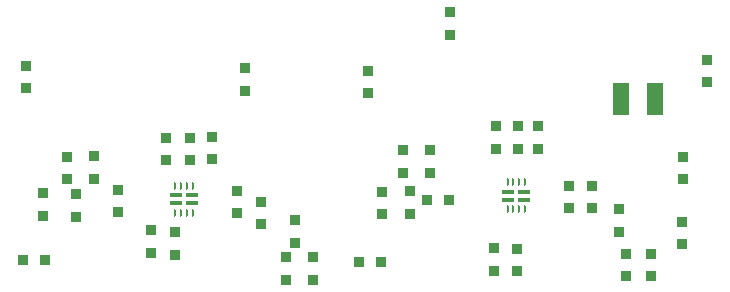
<source format=gbp>
G04*
G04 #@! TF.GenerationSoftware,Altium Limited,Altium Designer,20.2.6 (244)*
G04*
G04 Layer_Color=128*
%FSLAX25Y25*%
%MOIN*%
G70*
G04*
G04 #@! TF.SameCoordinates,6757E463-D53E-4A0F-BFD9-6918A9DD6810*
G04*
G04*
G04 #@! TF.FilePolarity,Positive*
G04*
G01*
G75*
%ADD14R,0.03543X0.03543*%
%ADD15R,0.03543X0.03543*%
%ADD41R,0.05394X0.11063*%
G04:AMPARAMS|DCode=42|XSize=23.62mil|YSize=7.87mil|CornerRadius=1.97mil|HoleSize=0mil|Usage=FLASHONLY|Rotation=270.000|XOffset=0mil|YOffset=0mil|HoleType=Round|Shape=RoundedRectangle|*
%AMROUNDEDRECTD42*
21,1,0.02362,0.00394,0,0,270.0*
21,1,0.01968,0.00787,0,0,270.0*
1,1,0.00394,-0.00197,-0.00984*
1,1,0.00394,-0.00197,0.00984*
1,1,0.00394,0.00197,0.00984*
1,1,0.00394,0.00197,-0.00984*
%
%ADD42ROUNDEDRECTD42*%
G04:AMPARAMS|DCode=43|XSize=41.34mil|YSize=15.75mil|CornerRadius=3.94mil|HoleSize=0mil|Usage=FLASHONLY|Rotation=180.000|XOffset=0mil|YOffset=0mil|HoleType=Round|Shape=RoundedRectangle|*
%AMROUNDEDRECTD43*
21,1,0.04134,0.00787,0,0,180.0*
21,1,0.03347,0.01575,0,0,180.0*
1,1,0.00787,-0.01673,0.00394*
1,1,0.00787,0.01673,0.00394*
1,1,0.00787,0.01673,-0.00394*
1,1,0.00787,-0.01673,-0.00394*
%
%ADD43ROUNDEDRECTD43*%
D14*
X127240Y74190D02*
D03*
Y81670D02*
D03*
X195490Y92910D02*
D03*
Y100390D02*
D03*
X281270Y77020D02*
D03*
Y84500D02*
D03*
X168070Y80860D02*
D03*
Y73380D02*
D03*
X84930Y41180D02*
D03*
Y33700D02*
D03*
X272928Y23090D02*
D03*
Y30570D02*
D03*
X262542Y19829D02*
D03*
Y12349D02*
D03*
X254042Y19829D02*
D03*
Y12349D02*
D03*
X251720Y34630D02*
D03*
Y27150D02*
D03*
X224908Y54890D02*
D03*
Y62370D02*
D03*
X218058D02*
D03*
Y54890D02*
D03*
X210908D02*
D03*
Y62370D02*
D03*
X188968Y54310D02*
D03*
Y46830D02*
D03*
X179788Y54390D02*
D03*
Y46910D02*
D03*
X132428Y37210D02*
D03*
Y29730D02*
D03*
X70818Y39660D02*
D03*
Y32180D02*
D03*
X59938Y40010D02*
D03*
Y32530D02*
D03*
X54190Y82410D02*
D03*
Y74930D02*
D03*
X273010Y44630D02*
D03*
Y52110D02*
D03*
X242638Y42500D02*
D03*
Y35020D02*
D03*
X235078Y42420D02*
D03*
Y34940D02*
D03*
X217850Y21450D02*
D03*
Y13970D02*
D03*
X210070Y21690D02*
D03*
Y14210D02*
D03*
X182162Y40589D02*
D03*
Y33109D02*
D03*
X172708Y40570D02*
D03*
Y33090D02*
D03*
X149658Y18650D02*
D03*
Y11170D02*
D03*
X143830Y30950D02*
D03*
Y23470D02*
D03*
X140658Y18650D02*
D03*
Y11170D02*
D03*
X124438Y40870D02*
D03*
Y33390D02*
D03*
X116258Y51310D02*
D03*
Y58790D02*
D03*
X108748Y58430D02*
D03*
Y50950D02*
D03*
X103858Y27050D02*
D03*
Y19570D02*
D03*
X100888Y50940D02*
D03*
Y58420D02*
D03*
X95838Y27700D02*
D03*
Y20220D02*
D03*
X76898Y52260D02*
D03*
Y44780D02*
D03*
X67878Y52210D02*
D03*
Y44730D02*
D03*
D15*
X165038Y17220D02*
D03*
X172518D02*
D03*
X187700Y37780D02*
D03*
X195180D02*
D03*
X53038Y17690D02*
D03*
X60518D02*
D03*
D41*
X252570Y71300D02*
D03*
X263751D02*
D03*
D42*
X220545Y43637D02*
D03*
X218577D02*
D03*
X216608D02*
D03*
X214640D02*
D03*
Y34581D02*
D03*
X216608D02*
D03*
X218577D02*
D03*
X220545D02*
D03*
X109851Y42548D02*
D03*
X107882D02*
D03*
X105914D02*
D03*
X103945D02*
D03*
Y33492D02*
D03*
X105914D02*
D03*
X107882D02*
D03*
X109851D02*
D03*
D43*
X214935Y40487D02*
D03*
Y37731D02*
D03*
X220250D02*
D03*
Y40487D02*
D03*
X104241Y39398D02*
D03*
Y36642D02*
D03*
X109556D02*
D03*
Y39398D02*
D03*
M02*

</source>
